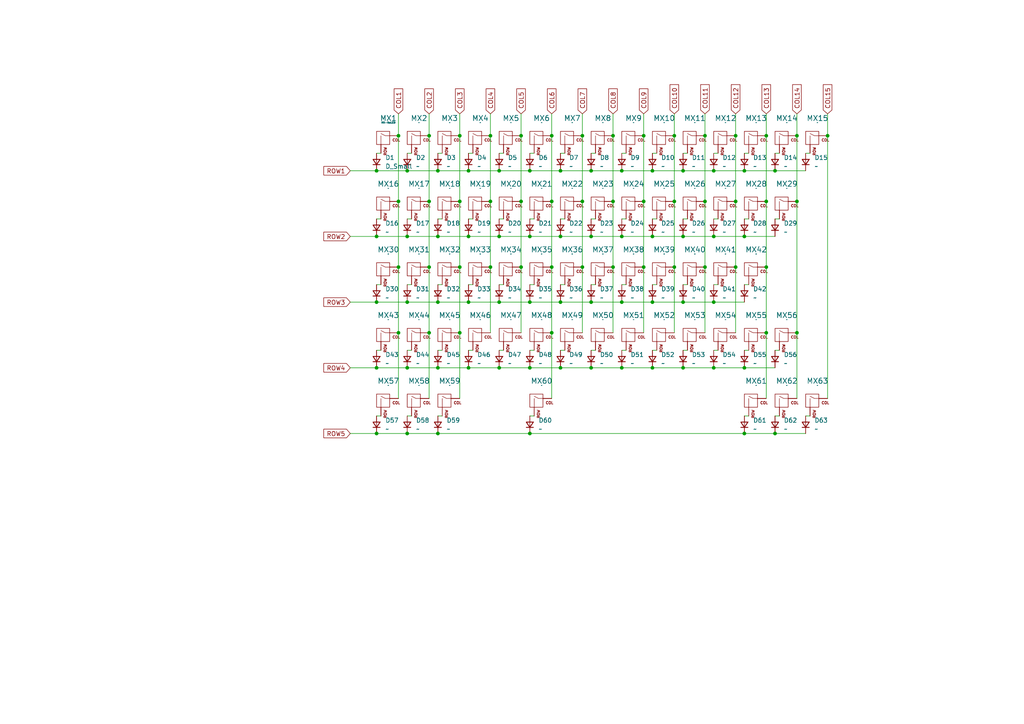
<source format=kicad_sch>
(kicad_sch (version 20211123) (generator eeschema)
  (paper "A4")
  (lib_symbols
    (symbol "Device:D_Small" (pin_numbers hide) (pin_names (offset 0.254) hide)
      (property "Reference" "D" (at -1.27 2.032 0))
      (property "Value" "D_Small" (at -3.81 -2.032 0))
      (symbol "D_Small_0_1"
        (polyline (pts (xy -0.762 -1.016) (xy -0.762 1.016)) (stroke (width 0.254)))
        (polyline (pts (xy -0.762 0) (xy 0.762 0)))
        (polyline (pts (xy 0.762 -1.016) (xy -0.762 0) (xy 0.762 1.016) (xy 0.762 -1.016)) (stroke (width 0.254)))
      )
      (symbol "D_Small_1_1"
        (pin passive line (at -2.54 0 0) (length 1.778) (name "K") (number "1"))
        (pin passive line (at 2.54 0 180) (length 1.778) (name "A") (number "2"))
      )
    )
    (symbol "MX_Alps_Hybrid:MX-NoLED" (pin_names (offset 1.016))
      (property "Reference" "MX" (at -0.635 3.81 0))
      (property "Value" "MX-NoLED" (at -0.635 1.27 0))
      (symbol "MX-NoLED_0_0"
        (rectangle (start -2.54 2.54) (end 1.27 -1.27))
        (polyline (pts (xy -1.27 -1.27) (xy -1.27 1.27)) (stroke (width 0.127)))
        (polyline (pts (xy 1.27 1.27) (xy 0 1.27) (xy -1.27 1.905)) (stroke (width 0.127)))
        (text "COL" (at 3.175 0 0) (effects (font (size 0.762 0.762))))
        (text "ROW" (at 0 -1.905 900) (effects (font (size 0.762 0.762)) (justify right)))
      )
      (symbol "MX-NoLED_1_1"
        (pin passive line (at 3.81 1.27 180) (length 2.54) (name "COL") (number "1"))
        (pin passive line (at -1.27 -3.81 90) (length 2.54) (name "ROW") (number "2"))
      )
    )
  )
  (junction (at 124.46 77.47))
  (junction (at 171.45 49.53))
  (junction (at 198.12 87.63))
  (junction (at 153.67 106.68))
  (junction (at 213.36 39.37))
  (junction (at 142.24 39.37))
  (junction (at 171.45 68.58))
  (junction (at 215.9 125.73))
  (junction (at 222.25 77.47))
  (junction (at 213.36 58.42))
  (junction (at 195.58 58.42))
  (junction (at 144.78 49.53))
  (junction (at 162.56 68.58))
  (junction (at 127 68.58))
  (junction (at 222.25 96.52))
  (junction (at 135.89 87.63))
  (junction (at 180.34 106.68))
  (junction (at 115.57 96.52))
  (junction (at 124.46 96.52))
  (junction (at 198.12 106.68))
  (junction (at 186.69 39.37))
  (junction (at 144.78 68.58))
  (junction (at 115.57 58.42))
  (junction (at 153.67 68.58))
  (junction (at 115.57 77.47))
  (junction (at 207.01 106.68))
  (junction (at 231.14 39.37))
  (junction (at 189.23 49.53))
  (junction (at 144.78 87.63))
  (junction (at 171.45 87.63))
  (junction (at 224.79 49.53))
  (junction (at 133.35 96.52))
  (junction (at 198.12 68.58))
  (junction (at 127 125.73))
  (junction (at 124.46 58.42))
  (junction (at 133.35 77.47))
  (junction (at 180.34 87.63))
  (junction (at 189.23 68.58))
  (junction (at 109.22 106.68))
  (junction (at 222.25 58.42))
  (junction (at 109.22 68.58))
  (junction (at 162.56 106.68))
  (junction (at 127 106.68))
  (junction (at 135.89 49.53))
  (junction (at 118.11 49.53))
  (junction (at 160.02 58.42))
  (junction (at 162.56 49.53))
  (junction (at 160.02 77.47))
  (junction (at 177.8 77.47))
  (junction (at 109.22 125.73))
  (junction (at 207.01 87.63))
  (junction (at 189.23 106.68))
  (junction (at 135.89 106.68))
  (junction (at 127 87.63))
  (junction (at 153.67 125.73))
  (junction (at 135.89 68.58))
  (junction (at 118.11 106.68))
  (junction (at 115.57 39.37))
  (junction (at 204.47 39.37))
  (junction (at 207.01 68.58))
  (junction (at 213.36 77.47))
  (junction (at 168.91 77.47))
  (junction (at 186.69 58.42))
  (junction (at 207.01 49.53))
  (junction (at 180.34 49.53))
  (junction (at 109.22 49.53))
  (junction (at 240.03 39.37))
  (junction (at 177.8 39.37))
  (junction (at 153.67 49.53))
  (junction (at 180.34 68.58))
  (junction (at 127 49.53))
  (junction (at 153.67 87.63))
  (junction (at 168.91 58.42))
  (junction (at 215.9 106.68))
  (junction (at 160.02 39.37))
  (junction (at 231.14 58.42))
  (junction (at 204.47 77.47))
  (junction (at 189.23 87.63))
  (junction (at 151.13 58.42))
  (junction (at 144.78 106.68))
  (junction (at 118.11 87.63))
  (junction (at 151.13 39.37))
  (junction (at 142.24 77.47))
  (junction (at 204.47 58.42))
  (junction (at 133.35 58.42))
  (junction (at 215.9 68.58))
  (junction (at 118.11 125.73))
  (junction (at 118.11 68.58))
  (junction (at 215.9 49.53))
  (junction (at 168.91 39.37))
  (junction (at 177.8 58.42))
  (junction (at 222.25 39.37))
  (junction (at 171.45 106.68))
  (junction (at 151.13 77.47))
  (junction (at 231.14 96.52))
  (junction (at 142.24 58.42))
  (junction (at 195.58 39.37))
  (junction (at 186.69 77.47))
  (junction (at 124.46 39.37))
  (junction (at 162.56 87.63))
  (junction (at 160.02 96.52))
  (junction (at 195.58 77.47))
  (junction (at 133.35 39.37))
  (junction (at 109.22 87.63))
  (junction (at 224.79 125.73))
  (junction (at 198.12 49.53))
  (wire (pts (xy 171.45 87.63) (xy 180.34 87.63)))
  (wire (pts (xy 144.78 101.6) (xy 146.05 101.6)))
  (wire (pts (xy 109.22 106.68) (xy 118.11 106.68)))
  (wire (pts (xy 186.69 77.47) (xy 186.69 96.52)))
  (wire (pts (xy 177.8 39.37) (xy 177.8 58.42)))
  (wire (pts (xy 215.9 120.65) (xy 217.17 120.65)))
  (wire (pts (xy 204.47 77.47) (xy 204.47 96.52)))
  (wire (pts (xy 135.89 63.5) (xy 137.16 63.5)))
  (wire (pts (xy 162.56 44.45) (xy 163.83 44.45)))
  (wire (pts (xy 171.45 44.45) (xy 172.72 44.45)))
  (wire (pts (xy 124.46 96.52) (xy 124.46 115.57)))
  (wire (pts (xy 177.8 33.02) (xy 177.8 39.37)))
  (wire (pts (xy 135.89 68.58) (xy 144.78 68.58)))
  (wire (pts (xy 186.69 33.02) (xy 186.69 39.37)))
  (wire (pts (xy 124.46 77.47) (xy 124.46 96.52)))
  (wire (pts (xy 171.45 101.6) (xy 172.72 101.6)))
  (wire (pts (xy 213.36 33.02) (xy 213.36 39.37)))
  (wire (pts (xy 207.01 68.58) (xy 215.9 68.58)))
  (wire (pts (xy 168.91 39.37) (xy 168.91 58.42)))
  (wire (pts (xy 224.79 49.53) (xy 233.68 49.53)))
  (wire (pts (xy 233.68 120.65) (xy 234.95 120.65)))
  (wire (pts (xy 109.22 125.73) (xy 118.11 125.73)))
  (wire (pts (xy 127 120.65) (xy 128.27 120.65)))
  (wire (pts (xy 189.23 87.63) (xy 198.12 87.63)))
  (wire (pts (xy 160.02 77.47) (xy 160.02 96.52)))
  (wire (pts (xy 198.12 87.63) (xy 207.01 87.63)))
  (wire (pts (xy 133.35 77.47) (xy 133.35 96.52)))
  (wire (pts (xy 118.11 44.45) (xy 119.38 44.45)))
  (wire (pts (xy 177.8 58.42) (xy 177.8 77.47)))
  (wire (pts (xy 189.23 63.5) (xy 190.5 63.5)))
  (wire (pts (xy 198.12 63.5) (xy 199.39 63.5)))
  (wire (pts (xy 171.45 82.55) (xy 172.72 82.55)))
  (wire (pts (xy 127 101.6) (xy 128.27 101.6)))
  (wire (pts (xy 222.25 77.47) (xy 222.25 96.52)))
  (wire (pts (xy 118.11 120.65) (xy 119.38 120.65)))
  (wire (pts (xy 222.25 39.37) (xy 222.25 58.42)))
  (wire (pts (xy 142.24 58.42) (xy 142.24 77.47)))
  (wire (pts (xy 180.34 63.5) (xy 181.61 63.5)))
  (wire (pts (xy 189.23 49.53) (xy 198.12 49.53)))
  (wire (pts (xy 224.79 44.45) (xy 226.06 44.45)))
  (wire (pts (xy 101.6 49.53) (xy 109.22 49.53)))
  (wire (pts (xy 162.56 63.5) (xy 163.83 63.5)))
  (wire (pts (xy 144.78 87.63) (xy 153.67 87.63)))
  (wire (pts (xy 115.57 58.42) (xy 115.57 77.47)))
  (wire (pts (xy 189.23 82.55) (xy 190.5 82.55)))
  (wire (pts (xy 189.23 106.68) (xy 198.12 106.68)))
  (wire (pts (xy 153.67 106.68) (xy 162.56 106.68)))
  (wire (pts (xy 127 68.58) (xy 135.89 68.58)))
  (wire (pts (xy 222.25 58.42) (xy 222.25 77.47)))
  (wire (pts (xy 109.22 49.53) (xy 118.11 49.53)))
  (wire (pts (xy 135.89 101.6) (xy 137.16 101.6)))
  (wire (pts (xy 124.46 58.42) (xy 124.46 77.47)))
  (wire (pts (xy 215.9 101.6) (xy 217.17 101.6)))
  (wire (pts (xy 151.13 33.02) (xy 151.13 39.37)))
  (wire (pts (xy 224.79 101.6) (xy 226.06 101.6)))
  (wire (pts (xy 215.9 44.45) (xy 217.17 44.45)))
  (wire (pts (xy 207.01 49.53) (xy 215.9 49.53)))
  (wire (pts (xy 160.02 96.52) (xy 160.02 115.57)))
  (wire (pts (xy 153.67 68.58) (xy 162.56 68.58)))
  (wire (pts (xy 101.6 106.68) (xy 109.22 106.68)))
  (wire (pts (xy 118.11 63.5) (xy 119.38 63.5)))
  (wire (pts (xy 189.23 44.45) (xy 190.5 44.45)))
  (wire (pts (xy 177.8 77.47) (xy 177.8 96.52)))
  (wire (pts (xy 224.79 125.73) (xy 233.68 125.73)))
  (wire (pts (xy 151.13 77.47) (xy 151.13 96.52)))
  (wire (pts (xy 198.12 82.55) (xy 199.39 82.55)))
  (wire (pts (xy 207.01 82.55) (xy 208.28 82.55)))
  (wire (pts (xy 207.01 106.68) (xy 215.9 106.68)))
  (wire (pts (xy 162.56 106.68) (xy 171.45 106.68)))
  (wire (pts (xy 118.11 125.73) (xy 127 125.73)))
  (wire (pts (xy 162.56 68.58) (xy 171.45 68.58)))
  (wire (pts (xy 127 106.68) (xy 135.89 106.68)))
  (wire (pts (xy 231.14 96.52) (xy 231.14 115.57)))
  (wire (pts (xy 115.57 96.52) (xy 115.57 115.57)))
  (wire (pts (xy 171.45 68.58) (xy 180.34 68.58)))
  (wire (pts (xy 231.14 33.02) (xy 231.14 39.37)))
  (wire (pts (xy 135.89 87.63) (xy 144.78 87.63)))
  (wire (pts (xy 101.6 87.63) (xy 109.22 87.63)))
  (wire (pts (xy 171.45 63.5) (xy 172.72 63.5)))
  (wire (pts (xy 118.11 101.6) (xy 119.38 101.6)))
  (wire (pts (xy 162.56 82.55) (xy 163.83 82.55)))
  (wire (pts (xy 115.57 77.47) (xy 115.57 96.52)))
  (wire (pts (xy 153.67 63.5) (xy 154.94 63.5)))
  (wire (pts (xy 171.45 106.68) (xy 180.34 106.68)))
  (wire (pts (xy 162.56 101.6) (xy 163.83 101.6)))
  (wire (pts (xy 213.36 58.42) (xy 213.36 77.47)))
  (wire (pts (xy 224.79 120.65) (xy 226.06 120.65)))
  (wire (pts (xy 144.78 106.68) (xy 153.67 106.68)))
  (wire (pts (xy 127 87.63) (xy 135.89 87.63)))
  (wire (pts (xy 207.01 44.45) (xy 208.28 44.45)))
  (wire (pts (xy 215.9 68.58) (xy 224.79 68.58)))
  (wire (pts (xy 204.47 58.42) (xy 204.47 77.47)))
  (wire (pts (xy 118.11 68.58) (xy 127 68.58)))
  (wire (pts (xy 127 63.5) (xy 128.27 63.5)))
  (wire (pts (xy 144.78 82.55) (xy 146.05 82.55)))
  (wire (pts (xy 168.91 58.42) (xy 168.91 77.47)))
  (wire (pts (xy 133.35 96.52) (xy 133.35 115.57)))
  (wire (pts (xy 115.57 33.02) (xy 115.57 39.37)))
  (wire (pts (xy 198.12 106.68) (xy 207.01 106.68)))
  (wire (pts (xy 162.56 49.53) (xy 171.45 49.53)))
  (wire (pts (xy 186.69 58.42) (xy 186.69 77.47)))
  (wire (pts (xy 168.91 77.47) (xy 168.91 96.52)))
  (wire (pts (xy 240.03 39.37) (xy 240.03 115.57)))
  (wire (pts (xy 215.9 63.5) (xy 217.17 63.5)))
  (wire (pts (xy 133.35 39.37) (xy 133.35 58.42)))
  (wire (pts (xy 233.68 44.45) (xy 234.95 44.45)))
  (wire (pts (xy 144.78 44.45) (xy 146.05 44.45)))
  (wire (pts (xy 168.91 33.02) (xy 168.91 39.37)))
  (wire (pts (xy 180.34 101.6) (xy 181.61 101.6)))
  (wire (pts (xy 133.35 33.02) (xy 133.35 39.37)))
  (wire (pts (xy 109.22 68.58) (xy 118.11 68.58)))
  (wire (pts (xy 151.13 58.42) (xy 151.13 77.47)))
  (wire (pts (xy 109.22 101.6) (xy 110.49 101.6)))
  (wire (pts (xy 153.67 101.6) (xy 154.94 101.6)))
  (wire (pts (xy 101.6 68.58) (xy 109.22 68.58)))
  (wire (pts (xy 135.89 44.45) (xy 137.16 44.45)))
  (wire (pts (xy 127 44.45) (xy 128.27 44.45)))
  (wire (pts (xy 171.45 49.53) (xy 180.34 49.53)))
  (wire (pts (xy 133.35 58.42) (xy 133.35 77.47)))
  (wire (pts (xy 207.01 87.63) (xy 215.9 87.63)))
  (wire (pts (xy 109.22 63.5) (xy 110.49 63.5)))
  (wire (pts (xy 101.6 125.73) (xy 109.22 125.73)))
  (wire (pts (xy 135.89 49.53) (xy 144.78 49.53)))
  (wire (pts (xy 153.67 82.55) (xy 154.94 82.55)))
  (wire (pts (xy 135.89 106.68) (xy 144.78 106.68)))
  (wire (pts (xy 144.78 68.58) (xy 153.67 68.58)))
  (wire (pts (xy 215.9 125.73) (xy 224.79 125.73)))
  (wire (pts (xy 153.67 87.63) (xy 162.56 87.63)))
  (wire (pts (xy 127 49.53) (xy 135.89 49.53)))
  (wire (pts (xy 118.11 87.63) (xy 127 87.63)))
  (wire (pts (xy 160.02 33.02) (xy 160.02 39.37)))
  (wire (pts (xy 198.12 49.53) (xy 207.01 49.53)))
  (wire (pts (xy 109.22 44.45) (xy 110.49 44.45)))
  (wire (pts (xy 215.9 106.68) (xy 224.79 106.68)))
  (wire (pts (xy 231.14 58.42) (xy 231.14 96.52)))
  (wire (pts (xy 180.34 68.58) (xy 189.23 68.58)))
  (wire (pts (xy 198.12 44.45) (xy 199.39 44.45)))
  (wire (pts (xy 115.57 39.37) (xy 115.57 58.42)))
  (wire (pts (xy 213.36 39.37) (xy 213.36 58.42)))
  (wire (pts (xy 222.25 96.52) (xy 222.25 115.57)))
  (wire (pts (xy 109.22 87.63) (xy 118.11 87.63)))
  (wire (pts (xy 207.01 63.5) (xy 208.28 63.5)))
  (wire (pts (xy 240.03 33.02) (xy 240.03 39.37)))
  (wire (pts (xy 198.12 68.58) (xy 207.01 68.58)))
  (wire (pts (xy 180.34 106.68) (xy 189.23 106.68)))
  (wire (pts (xy 222.25 33.02) (xy 222.25 39.37)))
  (wire (pts (xy 224.79 63.5) (xy 226.06 63.5)))
  (wire (pts (xy 180.34 82.55) (xy 181.61 82.55)))
  (wire (pts (xy 180.34 49.53) (xy 189.23 49.53)))
  (wire (pts (xy 198.12 101.6) (xy 199.39 101.6)))
  (wire (pts (xy 144.78 49.53) (xy 153.67 49.53)))
  (wire (pts (xy 207.01 101.6) (xy 208.28 101.6)))
  (wire (pts (xy 180.34 44.45) (xy 181.61 44.45)))
  (wire (pts (xy 153.67 120.65) (xy 154.94 120.65)))
  (wire (pts (xy 142.24 33.02) (xy 142.24 39.37)))
  (wire (pts (xy 144.78 63.5) (xy 146.05 63.5)))
  (wire (pts (xy 142.24 77.47) (xy 142.24 96.52)))
  (wire (pts (xy 135.89 82.55) (xy 137.16 82.55)))
  (wire (pts (xy 124.46 33.02) (xy 124.46 39.37)))
  (wire (pts (xy 160.02 39.37) (xy 160.02 58.42)))
  (wire (pts (xy 118.11 49.53) (xy 127 49.53)))
  (wire (pts (xy 153.67 125.73) (xy 215.9 125.73)))
  (wire (pts (xy 109.22 82.55) (xy 110.49 82.55)))
  (wire (pts (xy 213.36 77.47) (xy 213.36 96.52)))
  (wire (pts (xy 127 125.73) (xy 153.67 125.73)))
  (wire (pts (xy 204.47 39.37) (xy 204.47 58.42)))
  (wire (pts (xy 124.46 39.37) (xy 124.46 58.42)))
  (wire (pts (xy 195.58 58.42) (xy 195.58 77.47)))
  (wire (pts (xy 215.9 49.53) (xy 224.79 49.53)))
  (wire (pts (xy 153.67 49.53) (xy 162.56 49.53)))
  (wire (pts (xy 231.14 39.37) (xy 231.14 58.42)))
  (wire (pts (xy 118.11 82.55) (xy 119.38 82.55)))
  (wire (pts (xy 204.47 33.02) (xy 204.47 39.37)))
  (wire (pts (xy 160.02 58.42) (xy 160.02 77.47)))
  (wire (pts (xy 189.23 68.58) (xy 198.12 68.58)))
  (wire (pts (xy 109.22 120.65) (xy 110.49 120.65)))
  (wire (pts (xy 151.13 39.37) (xy 151.13 58.42)))
  (wire (pts (xy 162.56 87.63) (xy 171.45 87.63)))
  (wire (pts (xy 215.9 82.55) (xy 217.17 82.55)))
  (wire (pts (xy 142.24 39.37) (xy 142.24 58.42)))
  (wire (pts (xy 180.34 87.63) (xy 189.23 87.63)))
  (wire (pts (xy 189.23 101.6) (xy 190.5 101.6)))
  (wire (pts (xy 153.67 44.45) (xy 154.94 44.45)))
  (wire (pts (xy 118.11 106.68) (xy 127 106.68)))
  (wire (pts (xy 186.69 39.37) (xy 186.69 58.42)))
  (wire (pts (xy 195.58 33.02) (xy 195.58 39.37)))
  (wire (pts (xy 195.58 39.37) (xy 195.58 58.42)))
  (wire (pts (xy 127 82.55) (xy 128.27 82.55)))
  (wire (pts (xy 195.58 77.47) (xy 195.58 96.52)))
  (global_label "COL10" (shape input) (at 195.58 33.02 90) (property "Intersheet References" "${INTERSHEET_REFS}" (effects hide)))
  (global_label "COL8" (shape input) (at 177.8 33.02 90) (property "Intersheet References" "${INTERSHEET_REFS}" (effects hide)))
  (global_label "COL4" (shape input) (at 142.24 33.02 90) (property "Intersheet References" "${INTERSHEET_REFS}" (effects hide)))
  (global_label "COL3" (shape input) (at 133.35 33.02 90) (property "Intersheet References" "${INTERSHEET_REFS}" (effects hide)))
  (global_label "COL14" (shape input) (at 231.14 33.02 90) (property "Intersheet References" "${INTERSHEET_REFS}" (effects hide)))
  (global_label "COL5" (shape input) (at 151.13 33.02 90) (property "Intersheet References" "${INTERSHEET_REFS}" (effects hide)))
  (global_label "COL12" (shape input) (at 213.36 33.02 90) (property "Intersheet References" "${INTERSHEET_REFS}" (effects hide)))
  (global_label "ROW5" (shape input) (at 101.6 125.73 180) (property "Intersheet References" "${INTERSHEET_REFS}" (effects hide)))
  (global_label "COL11" (shape input) (at 204.47 33.02 90) (property "Intersheet References" "${INTERSHEET_REFS}" (effects hide)))
  (global_label "COL7" (shape input) (at 168.91 33.02 90) (property "Intersheet References" "${INTERSHEET_REFS}" (effects hide)))
  (global_label "ROW4" (shape input) (at 101.6 106.68 180) (property "Intersheet References" "${INTERSHEET_REFS}" (effects hide)))
  (global_label "COL9" (shape input) (at 186.69 33.02 90) (property "Intersheet References" "${INTERSHEET_REFS}" (effects hide)))
  (global_label "COL2" (shape input) (at 124.46 33.02 90) (property "Intersheet References" "${INTERSHEET_REFS}" (effects hide)))
  (global_label "COL13" (shape input) (at 222.25 33.02 90) (property "Intersheet References" "${INTERSHEET_REFS}" (effects hide)))
  (global_label "COL6" (shape input) (at 160.02 33.02 90) (property "Intersheet References" "${INTERSHEET_REFS}" (effects hide)))
  (global_label "ROW1" (shape input) (at 101.6 49.53 180) (property "Intersheet References" "${INTERSHEET_REFS}" (effects hide)))
  (global_label "COL1" (shape input) (at 115.57 33.02 90) (property "Intersheet References" "${INTERSHEET_REFS}" (effects hide)))
  (global_label "ROW2" (shape input) (at 101.6 68.58 180) (property "Intersheet References" "${INTERSHEET_REFS}" (effects hide)))
  (global_label "COL15" (shape input) (at 240.03 33.02 90) (property "Intersheet References" "${INTERSHEET_REFS}" (effects hide)))
  (global_label "ROW3" (shape input) (at 101.6 87.63 180) (property "Intersheet References" "${INTERSHEET_REFS}" (effects hide)))
  (symbol (lib_id "MX_Alps_Hybrid:MX-NoLED") (at 200.66 97.79 0) (unit 1)
    (property "Reference" "MX53" (at 201.5456 91.44 0) (effects (font (size 1.524 1.524))))
    (property "Value" "~" (at 201.5456 92.71 0) (effects (font (size 0.508 0.508))))
  )
  (symbol (lib_id "MX_Alps_Hybrid:MX-NoLED") (at 120.65 59.69 0) (unit 1)
    (property "Reference" "MX17" (at 121.5356 53.34 0) (effects (font (size 1.524 1.524))))
    (property "Value" "~" (at 121.5356 54.61 0) (effects (font (size 0.508 0.508))))
  )
  (symbol (lib_id "Device:D_Small") (at 189.23 104.14 90) (unit 1)
    (property "Reference" "D52" (at 191.77 102.8699 90) (effects (justify right)))
    (property "Value" "~" (at 191.77 105.4099 90) (effects (justify right)))
  )
  (symbol (lib_id "Device:D_Small") (at 215.9 104.14 90) (unit 1)
    (property "Reference" "D55" (at 218.44 102.8699 90) (effects (justify right)))
    (property "Value" "~" (at 218.44 105.4099 90) (effects (justify right)))
  )
  (symbol (lib_id "Device:D_Small") (at 198.12 46.99 90) (unit 1)
    (property "Reference" "D11" (at 200.66 45.7199 90) (effects (justify right)))
    (property "Value" "~" (at 200.66 48.2599 90) (effects (justify right)))
  )
  (symbol (lib_id "MX_Alps_Hybrid:MX-NoLED") (at 156.21 59.69 0) (unit 1)
    (property "Reference" "MX21" (at 157.0956 53.34 0) (effects (font (size 1.524 1.524))))
    (property "Value" "~" (at 157.0956 54.61 0) (effects (font (size 0.508 0.508))))
  )
  (symbol (lib_id "MX_Alps_Hybrid:MX-NoLED") (at 147.32 59.69 0) (unit 1)
    (property "Reference" "MX20" (at 148.2056 53.34 0) (effects (font (size 1.524 1.524))))
    (property "Value" "~" (at 148.2056 54.61 0) (effects (font (size 0.508 0.508))))
  )
  (symbol (lib_id "MX_Alps_Hybrid:MX-NoLED") (at 165.1 59.69 0) (unit 1)
    (property "Reference" "MX22" (at 165.9856 53.34 0) (effects (font (size 1.524 1.524))))
    (property "Value" "~" (at 165.9856 54.61 0) (effects (font (size 0.508 0.508))))
  )
  (symbol (lib_id "Device:D_Small") (at 118.11 46.99 90) (unit 1)
    (property "Reference" "D2" (at 120.65 45.7199 90) (effects (justify right)))
    (property "Value" "~" (at 120.65 48.2599 90) (effects (justify right)))
  )
  (symbol (lib_id "MX_Alps_Hybrid:MX-NoLED") (at 156.21 97.79 0) (unit 1)
    (property "Reference" "MX48" (at 157.0956 91.44 0) (effects (font (size 1.524 1.524))))
    (property "Value" "~" (at 157.0956 92.71 0) (effects (font (size 0.508 0.508))))
  )
  (symbol (lib_id "MX_Alps_Hybrid:MX-NoLED") (at 173.99 78.74 0) (unit 1)
    (property "Reference" "MX37" (at 174.8756 72.39 0) (effects (font (size 1.524 1.524))))
    (property "Value" "~" (at 174.8756 73.66 0) (effects (font (size 0.508 0.508))))
  )
  (symbol (lib_id "Device:D_Small") (at 198.12 66.04 90) (unit 1)
    (property "Reference" "D26" (at 200.66 64.7699 90) (effects (justify right)))
    (property "Value" "~" (at 200.66 67.3099 90) (effects (justify right)))
  )
  (symbol (lib_id "Device:D_Small") (at 153.67 85.09 90) (unit 1)
    (property "Reference" "D35" (at 156.21 83.8199 90) (effects (justify right)))
    (property "Value" "~" (at 156.21 86.3599 90) (effects (justify right)))
  )
  (symbol (lib_id "Device:D_Small") (at 180.34 85.09 90) (unit 1)
    (property "Reference" "D38" (at 182.88 83.8199 90) (effects (justify right)))
    (property "Value" "~" (at 182.88 86.3599 90) (effects (justify right)))
  )
  (symbol (lib_id "MX_Alps_Hybrid:MX-NoLED") (at 156.21 78.74 0) (unit 1)
    (property "Reference" "MX35" (at 157.0956 72.39 0) (effects (font (size 1.524 1.524))))
    (property "Value" "~" (at 157.0956 73.66 0) (effects (font (size 0.508 0.508))))
  )
  (symbol (lib_id "Device:D_Small") (at 207.01 66.04 90) (unit 1)
    (property "Reference" "D27" (at 209.55 64.7699 90) (effects (justify right)))
    (property "Value" "~" (at 209.55 67.3099 90) (effects (justify right)))
  )
  (symbol (lib_id "Device:D_Small") (at 162.56 66.04 90) (unit 1)
    (property "Reference" "D22" (at 165.1 64.7699 90) (effects (justify right)))
    (property "Value" "~" (at 165.1 67.3099 90) (effects (justify right)))
  )
  (symbol (lib_id "Device:D_Small") (at 189.23 85.09 90) (unit 1)
    (property "Reference" "D39" (at 191.77 83.8199 90) (effects (justify right)))
    (property "Value" "~" (at 191.77 86.3599 90) (effects (justify right)))
  )
  (symbol (lib_id "Device:D_Small") (at 180.34 66.04 90) (unit 1)
    (property "Reference" "D24" (at 182.88 64.7699 90) (effects (justify right)))
    (property "Value" "~" (at 182.88 67.3099 90) (effects (justify right)))
  )
  (symbol (lib_id "Device:D_Small") (at 118.11 104.14 90) (unit 1)
    (property "Reference" "D44" (at 120.65 102.8699 90) (effects (justify right)))
    (property "Value" "~" (at 120.65 105.4099 90) (effects (justify right)))
  )
  (symbol (lib_id "MX_Alps_Hybrid:MX-NoLED") (at 236.22 40.64 0) (unit 1)
    (property "Reference" "MX15" (at 237.1056 34.29 0) (effects (font (size 1.524 1.524))))
    (property "Value" "~" (at 237.1056 35.56 0) (effects (font (size 0.508 0.508))))
  )
  (symbol (lib_id "MX_Alps_Hybrid:MX-NoLED") (at 111.76 40.64 0) (unit 1)
    (property "Reference" "MX1" (at 112.6456 34.29 0) (effects (font (size 1.524 1.524))))
    (property "Value" "MX-NoLED" (at 112.6456 35.56 0) (effects (font (size 0.508 0.508))))
  )
  (symbol (lib_id "Device:D_Small") (at 207.01 46.99 90) (unit 1)
    (property "Reference" "D12" (at 209.55 45.7199 90) (effects (justify right)))
    (property "Value" "~" (at 209.55 48.2599 90) (effects (justify right)))
  )
  (symbol (lib_id "Device:D_Small") (at 215.9 46.99 90) (unit 1)
    (property "Reference" "D13" (at 218.44 45.7199 90) (effects (justify right)))
    (property "Value" "~" (at 218.44 48.2599 90) (effects (justify right)))
  )
  (symbol (lib_id "Device:D_Small") (at 224.79 123.19 90) (unit 1)
    (property "Reference" "D62" (at 227.33 121.9199 90) (effects (justify right)))
    (property "Value" "~" (at 227.33 124.4599 90) (effects (justify right)))
  )
  (symbol (lib_id "Device:D_Small") (at 118.11 66.04 90) (unit 1)
    (property "Reference" "D17" (at 120.65 64.7699 90) (effects (justify right)))
    (property "Value" "~" (at 120.65 67.3099 90) (effects (justify right)))
  )
  (symbol (lib_id "Device:D_Small") (at 135.89 66.04 90) (unit 1)
    (property "Reference" "D19" (at 138.43 64.7699 90) (effects (justify right)))
    (property "Value" "~" (at 138.43 67.3099 90) (effects (justify right)))
  )
  (symbol (lib_id "Device:D_Small") (at 189.23 66.04 90) (unit 1)
    (property "Reference" "D25" (at 191.77 64.7699 90) (effects (justify right)))
    (property "Value" "~" (at 191.77 67.3099 90) (effects (justify right)))
  )
  (symbol (lib_id "Device:D_Small") (at 127 66.04 90) (unit 1)
    (property "Reference" "D18" (at 129.54 64.7699 90) (effects (justify right)))
    (property "Value" "~" (at 129.54 67.3099 90) (effects (justify right)))
  )
  (symbol (lib_id "MX_Alps_Hybrid:MX-NoLED") (at 218.44 78.74 0) (unit 1)
    (property "Reference" "MX42" (at 219.3256 72.39 0) (effects (font (size 1.524 1.524))))
    (property "Value" "~" (at 219.3256 73.66 0) (effects (font (size 0.508 0.508))))
  )
  (symbol (lib_id "MX_Alps_Hybrid:MX-NoLED") (at 147.32 78.74 0) (unit 1)
    (property "Reference" "MX34" (at 148.2056 72.39 0) (effects (font (size 1.524 1.524))))
    (property "Value" "~" (at 148.2056 73.66 0) (effects (font (size 0.508 0.508))))
  )
  (symbol (lib_id "Device:D_Small") (at 118.11 85.09 90) (unit 1)
    (property "Reference" "D31" (at 120.65 83.8199 90) (effects (justify right)))
    (property "Value" "~" (at 120.65 86.3599 90) (effects (justify right)))
  )
  (symbol (lib_id "MX_Alps_Hybrid:MX-NoLED") (at 182.88 59.69 0) (unit 1)
    (property "Reference" "MX24" (at 183.7656 53.34 0) (effects (font (size 1.524 1.524))))
    (property "Value" "~" (at 183.7656 54.61 0) (effects (font (size 0.508 0.508))))
  )
  (symbol (lib_id "MX_Alps_Hybrid:MX-NoLED") (at 120.65 97.79 0) (unit 1)
    (property "Reference" "MX44" (at 121.5356 91.44 0) (effects (font (size 1.524 1.524))))
    (property "Value" "~" (at 121.5356 92.71 0) (effects (font (size 0.508 0.508))))
  )
  (symbol (lib_id "MX_Alps_Hybrid:MX-NoLED") (at 111.76 97.79 0) (unit 1)
    (property "Reference" "MX43" (at 112.6456 91.44 0) (effects (font (size 1.524 1.524))))
    (property "Value" "~" (at 112.6456 92.71 0) (effects (font (size 0.508 0.508))))
  )
  (symbol (lib_id "Device:D_Small") (at 207.01 104.14 90) (unit 1)
    (property "Reference" "D54" (at 209.55 102.8699 90) (effects (justify right)))
    (property "Value" "~" (at 209.55 105.4099 90) (effects (justify right)))
  )
  (symbol (lib_id "MX_Alps_Hybrid:MX-NoLED") (at 218.44 59.69 0) (unit 1)
    (property "Reference" "MX28" (at 219.3256 53.34 0) (effects (font (size 1.524 1.524))))
    (property "Value" "~" (at 219.3256 54.61 0) (effects (font (size 0.508 0.508))))
  )
  (symbol (lib_id "Device:D_Small") (at 153.67 104.14 90) (unit 1)
    (property "Reference" "D48" (at 156.21 102.8699 90) (effects (justify right)))
    (property "Value" "~" (at 156.21 105.4099 90) (effects (justify right)))
  )
  (symbol (lib_id "Device:D_Small") (at 215.9 66.04 90) (unit 1)
    (property "Reference" "D28" (at 218.44 64.7699 90) (effects (justify right)))
    (property "Value" "~" (at 218.44 67.3099 90) (effects (justify right)))
  )
  (symbol (lib_id "Device:D_Small") (at 109.22 66.04 90) (unit 1)
    (property "Reference" "D16" (at 111.76 64.7699 90) (effects (justify right)))
    (property "Value" "~" (at 111.76 67.3099 90) (effects (justify right)))
  )
  (symbol (lib_id "MX_Alps_Hybrid:MX-NoLED") (at 227.33 97.79 0) (unit 1)
    (property "Reference" "MX56" (at 228.2156 91.44 0) (effects (font (size 1.524 1.524))))
    (property "Value" "~" (at 228.2156 92.71 0) (effects (font (size 0.508 0.508))))
  )
  (symbol (lib_id "Device:D_Small") (at 198.12 104.14 90) (unit 1)
    (property "Reference" "D53" (at 200.66 102.8699 90) (effects (justify right)))
    (property "Value" "~" (at 200.66 105.4099 90) (effects (justify right)))
  )
  (symbol (lib_id "MX_Alps_Hybrid:MX-NoLED") (at 129.54 116.84 0) (unit 1)
    (property "Reference" "MX59" (at 130.4256 110.49 0) (effects (font (size 1.524 1.524))))
    (property "Value" "~" (at 130.4256 111.76 0) (effects (font (size 0.508 0.508))))
  )
  (symbol (lib_id "MX_Alps_Hybrid:MX-NoLED") (at 138.43 97.79 0) (unit 1)
    (property "Reference" "MX46" (at 139.3156 91.44 0) (effects (font (size 1.524 1.524))))
    (property "Value" "~" (at 139.3156 92.71 0) (effects (font (size 0.508 0.508))))
  )
  (symbol (lib_id "Device:D_Small") (at 109.22 104.14 90) (unit 1)
    (property "Reference" "D43" (at 111.76 102.8699 90) (effects (justify right)))
    (property "Value" "~" (at 111.76 105.4099 90) (effects (justify right)))
  )
  (symbol (lib_id "MX_Alps_Hybrid:MX-NoLED") (at 165.1 97.79 0) (unit 1)
    (property "Reference" "MX49" (at 165.9856 91.44 0) (effects (font (size 1.524 1.524))))
    (property "Value" "~" (at 165.9856 92.71 0) (effects (font (size 0.508 0.508))))
  )
  (symbol (lib_id "Device:D_Small") (at 233.68 123.19 90) (unit 1)
    (property "Reference" "D63" (at 236.22 121.9199 90) (effects (justify right)))
    (property "Value" "~" (at 236.22 124.4599 90) (effects (justify right)))
  )
  (symbol (lib_id "MX_Alps_Hybrid:MX-NoLED") (at 191.77 78.74 0) (unit 1)
    (property "Reference" "MX39" (at 192.6556 72.39 0) (effects (font (size 1.524 1.524))))
    (property "Value" "~" (at 192.6556 73.66 0) (effects (font (size 0.508 0.508))))
  )
  (symbol (lib_id "Device:D_Small") (at 224.79 46.99 90) (unit 1)
    (property "Reference" "D14" (at 227.33 45.7199 90) (effects (justify right)))
    (property "Value" "~" (at 227.33 48.2599 90) (effects (justify right)))
  )
  (symbol (lib_id "Device:D_Small") (at 198.12 85.09 90) (unit 1)
    (property "Reference" "D40" (at 200.66 83.8199 90) (effects (justify right)))
    (property "Value" "~" (at 200.66 86.3599 90) (effects (justify right)))
  )
  (symbol (lib_id "Device:D_Small") (at 109.22 46.99 90) (unit 1)
    (property "Reference" "D1" (at 111.76 45.7199 90) (effects (justify right)))
    (property "Value" "D_Small" (at 111.76 48.2599 90) (effects (justify right)))
  )
  (symbol (lib_id "Device:D_Small") (at 162.56 46.99 90) (unit 1)
    (property "Reference" "D7" (at 165.1 45.7199 90) (effects (justify right)))
    (property "Value" "~" (at 165.1 48.2599 90) (effects (justify right)))
  )
  (symbol (lib_id "MX_Alps_Hybrid:MX-NoLED") (at 156.21 40.64 0) (unit 1)
    (property "Reference" "MX6" (at 157.0956 34.29 0) (effects (font (size 1.524 1.524))))
    (property "Value" "~" (at 157.0956 35.56 0) (effects (font (size 0.508 0.508))))
  )
  (symbol (lib_id "MX_Alps_Hybrid:MX-NoLED") (at 129.54 78.74 0) (unit 1)
    (property "Reference" "MX32" (at 130.4256 72.39 0) (effects (font (size 1.524 1.524))))
    (property "Value" "~" (at 130.4256 73.66 0) (effects (font (size 0.508 0.508))))
  )
  (symbol (lib_id "MX_Alps_Hybrid:MX-NoLED") (at 200.66 59.69 0) (unit 1)
    (property "Reference" "MX26" (at 201.5456 53.34 0) (effects (font (size 1.524 1.524))))
    (property "Value" "~" (at 201.5456 54.61 0) (effects (font (size 0.508 0.508))))
  )
  (symbol (lib_id "Device:D_Small") (at 127 123.19 90) (unit 1)
    (property "Reference" "D59" (at 129.54 121.9199 90) (effects (justify right)))
    (property "Value" "~" (at 129.54 124.4599 90) (effects (justify right)))
  )
  (symbol (lib_id "Device:D_Small") (at 162.56 104.14 90) (unit 1)
    (property "Reference" "D49" (at 165.1 102.8699 90) (effects (justify right)))
    (property "Value" "~" (at 165.1 105.4099 90) (effects (justify right)))
  )
  (symbol (lib_id "MX_Alps_Hybrid:MX-NoLED") (at 147.32 97.79 0) (unit 1)
    (property "Reference" "MX47" (at 148.2056 91.44 0) (effects (font (size 1.524 1.524))))
    (property "Value" "~" (at 148.2056 92.71 0) (effects (font (size 0.508 0.508))))
  )
  (symbol (lib_id "MX_Alps_Hybrid:MX-NoLED") (at 227.33 116.84 0) (unit 1)
    (property "Reference" "MX62" (at 228.2156 110.49 0) (effects (font (size 1.524 1.524))))
    (property "Value" "~" (at 228.2156 111.76 0) (effects (font (size 0.508 0.508))))
  )
  (symbol (lib_id "MX_Alps_Hybrid:MX-NoLED") (at 129.54 40.64 0) (unit 1)
    (property "Reference" "MX3" (at 130.4256 34.29 0) (effects (font (size 1.524 1.524))))
    (property "Value" "~" (at 130.4256 35.56 0) (effects (font (size 0.508 0.508))))
  )
  (symbol (lib_id "MX_Alps_Hybrid:MX-NoLED") (at 227.33 59.69 0) (unit 1)
    (property "Reference" "MX29" (at 228.2156 53.34 0) (effects (font (size 1.524 1.524))))
    (property "Value" "~" (at 228.2156 54.61 0) (effects (font (size 0.508 0.508))))
  )
  (symbol (lib_id "Device:D_Small") (at 207.01 85.09 90) (unit 1)
    (property "Reference" "D41" (at 209.55 83.8199 90) (effects (justify right)))
    (property "Value" "~" (at 209.55 86.3599 90) (effects (justify right)))
  )
  (symbol (lib_id "MX_Alps_Hybrid:MX-NoLED") (at 218.44 40.64 0) (unit 1)
    (property "Reference" "MX13" (at 219.3256 34.29 0) (effects (font (size 1.524 1.524))))
    (property "Value" "~" (at 219.3256 35.56 0) (effects (font (size 0.508 0.508))))
  )
  (symbol (lib_id "Device:D_Small") (at 180.34 46.99 90) (unit 1)
    (property "Reference" "D9" (at 182.88 45.7199 90) (effects (justify right)))
    (property "Value" "~" (at 182.88 48.2599 90) (effects (justify right)))
  )
  (symbol (lib_id "MX_Alps_Hybrid:MX-NoLED") (at 191.77 40.64 0) (unit 1)
    (property "Reference" "MX10" (at 192.6556 34.29 0) (effects (font (size 1.524 1.524))))
    (property "Value" "~" (at 192.6556 35.56 0) (effects (font (size 0.508 0.508))))
  )
  (symbol (lib_id "Device:D_Small") (at 144.78 104.14 90) (unit 1)
    (property "Reference" "D47" (at 147.32 102.8699 90) (effects (justify right)))
    (property "Value" "~" (at 147.32 105.4099 90) (effects (justify right)))
  )
  (symbol (lib_id "MX_Alps_Hybrid:MX-NoLED") (at 173.99 40.64 0) (unit 1)
    (property "Reference" "MX8" (at 174.8756 34.29 0) (effects (font (size 1.524 1.524))))
    (property "Value" "~" (at 174.8756 35.56 0) (effects (font (size 0.508 0.508))))
  )
  (symbol (lib_id "MX_Alps_Hybrid:MX-NoLED") (at 218.44 116.84 0) (unit 1)
    (property "Reference" "MX61" (at 219.3256 110.49 0) (effects (font (size 1.524 1.524))))
    (property "Value" "~" (at 219.3256 111.76 0) (effects (font (size 0.508 0.508))))
  )
  (symbol (lib_id "MX_Alps_Hybrid:MX-NoLED") (at 209.55 78.74 0) (unit 1)
    (property "Reference" "MX41" (at 210.4356 72.39 0) (effects (font (size 1.524 1.524))))
    (property "Value" "~" (at 210.4356 73.66 0) (effects (font (size 0.508 0.508))))
  )
  (symbol (lib_id "Device:D_Small") (at 233.68 46.99 90) (unit 1)
    (property "Reference" "D15" (at 236.22 45.7199 90) (effects (justify right)))
    (property "Value" "~" (at 236.22 48.2599 90) (effects (justify right)))
  )
  (symbol (lib_id "MX_Alps_Hybrid:MX-NoLED") (at 129.54 59.69 0) (unit 1)
    (property "Reference" "MX18" (at 130.4256 53.34 0) (effects (font (size 1.524 1.524))))
    (property "Value" "~" (at 130.4256 54.61 0) (effects (font (size 0.508 0.508))))
  )
  (symbol (lib_id "Device:D_Small") (at 162.56 85.09 90) (unit 1)
    (property "Reference" "D36" (at 165.1 83.8199 90) (effects (justify right)))
    (property "Value" "~" (at 165.1 86.3599 90) (effects (justify right)))
  )
  (symbol (lib_id "MX_Alps_Hybrid:MX-NoLED") (at 173.99 59.69 0) (unit 1)
    (property "Reference" "MX23" (at 174.8756 53.34 0) (effects (font (size 1.524 1.524))))
    (property "Value" "~" (at 174.8756 54.61 0) (effects (font (size 0.508 0.508))))
  )
  (symbol (lib_id "Device:D_Small") (at 144.78 66.04 90) (unit 1)
    (property "Reference" "D20" (at 147.32 64.7699 90) (effects (justify right)))
    (property "Value" "~" (at 147.32 67.3099 90) (effects (justify right)))
  )
  (symbol (lib_id "MX_Alps_Hybrid:MX-NoLED") (at 218.44 97.79 0) (unit 1)
    (property "Reference" "MX55" (at 219.3256 91.44 0) (effects (font (size 1.524 1.524))))
    (property "Value" "~" (at 219.3256 92.71 0) (effects (font (size 0.508 0.508))))
  )
  (symbol (lib_id "MX_Alps_Hybrid:MX-NoLED") (at 182.88 40.64 0) (unit 1)
    (property "Reference" "MX9" (at 183.7656 34.29 0) (effects (font (size 1.524 1.524))))
    (property "Value" "~" (at 183.7656 35.56 0) (effects (font (size 0.508 0.508))))
  )
  (symbol (lib_id "Device:D_Small") (at 135.89 85.09 90) (unit 1)
    (property "Reference" "D33" (at 138.43 83.8199 90) (effects (justify right)))
    (property "Value" "~" (at 138.43 86.3599 90) (effects (justify right)))
  )
  (symbol (lib_id "MX_Alps_Hybrid:MX-NoLED") (at 182.88 97.79 0) (unit 1)
    (property "Reference" "MX51" (at 183.7656 91.44 0) (effects (font (size 1.524 1.524))))
    (property "Value" "~" (at 183.7656 92.71 0) (effects (font (size 0.508 0.508))))
  )
  (symbol (lib_id "Device:D_Small") (at 153.67 46.99 90) (unit 1)
    (property "Reference" "D6" (at 156.21 45.7199 90) (effects (justify right)))
    (property "Value" "~" (at 156.21 48.2599 90) (effects (justify right)))
  )
  (symbol (lib_id "MX_Alps_Hybrid:MX-NoLED") (at 209.55 97.79 0) (unit 1)
    (property "Reference" "MX54" (at 210.4356 91.44 0) (effects (font (size 1.524 1.524))))
    (property "Value" "~" (at 210.4356 92.71 0) (effects (font (size 0.508 0.508))))
  )
  (symbol (lib_id "Device:D_Small") (at 171.45 66.04 90) (unit 1)
    (property "Reference" "D23" (at 173.99 64.7699 90) (effects (justify right)))
    (property "Value" "~" (at 173.99 67.3099 90) (effects (justify right)))
  )
  (symbol (lib_id "MX_Alps_Hybrid:MX-NoLED") (at 138.43 59.69 0) (unit 1)
    (property "Reference" "MX19" (at 139.3156 53.34 0) (effects (font (size 1.524 1.524))))
    (property "Value" "~" (at 139.3156 54.61 0) (effects (font (size 0.508 0.508))))
  )
  (symbol (lib_id "Device:D_Small") (at 144.78 85.09 90) (unit 1)
    (property "Reference" "D34" (at 147.32 83.8199 90) (effects (justify right)))
    (property "Value" "~" (at 147.32 86.3599 90) (effects (justify right)))
  )
  (symbol (lib_id "MX_Alps_Hybrid:MX-NoLED") (at 173.99 97.79 0) (unit 1)
    (property "Reference" "MX50" (at 174.8756 91.44 0) (effects (font (size 1.524 1.524))))
    (property "Value" "~" (at 174.8756 92.71 0) (effects (font (size 0.508 0.508))))
  )
  (symbol (lib_id "MX_Alps_Hybrid:MX-NoLED") (at 209.55 59.69 0) (unit 1)
    (property "Reference" "MX27" (at 210.4356 53.34 0) (effects (font (size 1.524 1.524))))
    (property "Value" "~" (at 210.4356 54.61 0) (effects (font (size 0.508 0.508))))
  )
  (symbol (lib_id "MX_Alps_Hybrid:MX-NoLED") (at 227.33 40.64 0) (unit 1)
    (property "Reference" "MX14" (at 228.2156 34.29 0) (effects (font (size 1.524 1.524))))
    (property "Value" "~" (at 228.2156 35.56 0) (effects (font (size 0.508 0.508))))
  )
  (symbol (lib_id "MX_Alps_Hybrid:MX-NoLED") (at 200.66 40.64 0) (unit 1)
    (property "Reference" "MX11" (at 201.5456 34.29 0) (effects (font (size 1.524 1.524))))
    (property "Value" "~" (at 201.5456 35.56 0) (effects (font (size 0.508 0.508))))
  )
  (symbol (lib_id "MX_Alps_Hybrid:MX-NoLED") (at 120.65 40.64 0) (unit 1)
    (property "Reference" "MX2" (at 121.5356 34.29 0) (effects (font (size 1.524 1.524))))
    (property "Value" "~" (at 121.5356 35.56 0) (effects (font (size 0.508 0.508))))
  )
  (symbol (lib_id "Device:D_Small") (at 127 104.14 90) (unit 1)
    (property "Reference" "D45" (at 129.54 102.8699 90) (effects (justify right)))
    (property "Value" "~" (at 129.54 105.4099 90) (effects (justify right)))
  )
  (symbol (lib_id "MX_Alps_Hybrid:MX-NoLED") (at 156.21 116.84 0) (unit 1)
    (property "Reference" "MX60" (at 157.0956 110.49 0) (effects (font (size 1.524 1.524))))
    (property "Value" "~" (at 157.0956 111.76 0) (effects (font (size 0.508 0.508))))
  )
  (symbol (lib_id "MX_Alps_Hybrid:MX-NoLED") (at 236.22 116.84 0) (unit 1)
    (property "Reference" "MX63" (at 237.1056 110.49 0) (effects (font (size 1.524 1.524))))
    (property "Value" "~" (at 237.1056 111.76 0) (effects (font (size 0.508 0.508))))
  )
  (symbol (lib_id "MX_Alps_Hybrid:MX-NoLED") (at 165.1 40.64 0) (unit 1)
    (property "Reference" "MX7" (at 165.9856 34.29 0) (effects (font (size 1.524 1.524))))
    (property "Value" "~" (at 165.9856 35.56 0) (effects (font (size 0.508 0.508))))
  )
  (symbol (lib_id "Device:D_Small") (at 189.23 46.99 90) (unit 1)
    (property "Reference" "D10" (at 191.77 45.7199 90) (effects (justify right)))
    (property "Value" "~" (at 191.77 48.2599 90) (effects (justify right)))
  )
  (symbol (lib_id "MX_Alps_Hybrid:MX-NoLED") (at 147.32 40.64 0) (unit 1)
    (property "Reference" "MX5" (at 148.2056 34.29 0) (effects (font (size 1.524 1.524))))
    (property "Value" "~" (at 148.2056 35.56 0) (effects (font (size 0.508 0.508))))
  )
  (symbol (lib_id "MX_Alps_Hybrid:MX-NoLED") (at 191.77 59.69 0) (unit 1)
    (property "Reference" "MX25" (at 192.6556 53.34 0) (effects (font (size 1.524 1.524))))
    (property "Value" "~" (at 192.6556 54.61 0) (effects (font (size 0.508 0.508))))
  )
  (symbol (lib_id "MX_Alps_Hybrid:MX-NoLED") (at 138.43 78.74 0) (unit 1)
    (property "Reference" "MX33" (at 139.3156 72.39 0) (effects (font (size 1.524 1.524))))
    (property "Value" "~" (at 139.3156 73.66 0) (effects (font (size 0.508 0.508))))
  )
  (symbol (lib_id "Device:D_Small") (at 153.67 123.19 90) (unit 1)
    (property "Reference" "D60" (at 156.21 121.9199 90) (effects (justify right)))
    (property "Value" "~" (at 156.21 124.4599 90) (effects (justify right)))
  )
  (symbol (lib_id "Device:D_Small") (at 224.79 104.14 90) (unit 1)
    (property "Reference" "D56" (at 227.33 102.8699 90) (effects (justify right)))
    (property "Value" "~" (at 227.33 105.4099 90) (effects (justify right)))
  )
  (symbol (lib_id "Device:D_Small") (at 171.45 85.09 90) (unit 1)
    (property "Reference" "D37" (at 173.99 83.8199 90) (effects (justify right)))
    (property "Value" "~" (at 173.99 86.3599 90) (effects (justify right)))
  )
  (symbol (lib_id "Device:D_Small") (at 153.67 66.04 90) (unit 1)
    (property "Reference" "D21" (at 156.21 64.7699 90) (effects (justify right)))
    (property "Value" "~" (at 156.21 67.3099 90) (effects (justify right)))
  )
  (symbol (lib_id "Device:D_Small") (at 109.22 123.19 90) (unit 1)
    (property "Reference" "D57" (at 111.76 121.9199 90) (effects (justify right)))
    (property "Value" "~" (at 111.76 124.4599 90) (effects (justify right)))
  )
  (symbol (lib_id "MX_Alps_Hybrid:MX-NoLED") (at 138.43 40.64 0) (unit 1)
    (property "Reference" "MX4" (at 139.3156 34.29 0) (effects (font (size 1.524 1.524))))
    (property "Value" "~" (at 139.3156 35.56 0) (effects (font (size 0.508 0.508))))
  )
  (symbol (lib_id "Device:D_Small") (at 109.22 85.09 90) (unit 1)
    (property "Reference" "D30" (at 111.76 83.8199 90) (effects (justify right)))
    (property "Value" "~" (at 111.76 86.3599 90) (effects (justify right)))
  )
  (symbol (lib_id "MX_Alps_Hybrid:MX-NoLED") (at 200.66 78.74 0) (unit 1)
    (property "Reference" "MX40" (at 201.5456 72.39 0) (effects (font (size 1.524 1.524))))
    (property "Value" "~" (at 201.5456 73.66 0) (effects (font (size 0.508 0.508))))
  )
  (symbol (lib_id "Device:D_Small") (at 215.9 85.09 90) (unit 1)
    (property "Reference" "D42" (at 218.44 83.8199 90) (effects (justify right)))
    (property "Value" "~" (at 218.44 86.3599 90) (effects (justify right)))
  )
  (symbol (lib_id "MX_Alps_Hybrid:MX-NoLED") (at 120.65 116.84 0) (unit 1)
    (property "Reference" "MX58" (at 121.5356 110.49 0) (effects (font (size 1.524 1.524))))
    (property "Value" "~" (at 121.5356 111.76 0) (effects (font (size 0.508 0.508))))
  )
  (symbol (lib_id "MX_Alps_Hybrid:MX-NoLED") (at 120.65 78.74 0) (unit 1)
    (property "Reference" "MX31" (at 121.5356 72.39 0) (effects (font (size 1.524 1.524))))
    (property "Value" "~" (at 121.5356 73.66 0) (effects (font (size 0.508 0.508))))
  )
  (symbol (lib_id "Device:D_Small") (at 171.45 46.99 90) (unit 1)
    (property "Reference" "D8" (at 173.99 45.7199 90) (effects (justify right)))
    (property "Value" "~" (at 173.99 48.2599 90) (effects (justify right)))
  )
  (symbol (lib_id "MX_Alps_Hybrid:MX-NoLED") (at 165.1 78.74 0) (unit 1)
    (property "Reference" "MX36" (at 165.9856 72.39 0) (effects (font (size 1.524 1.524))))
    (property "Value" "~" (at 165.9856 73.66 0) (effects (font (size 0.508 0.508))))
  )
  (symbol (lib_id "MX_Alps_Hybrid:MX-NoLED") (at 111.76 59.69 0) (unit 1)
    (property "Reference" "MX16" (at 112.6456 53.34 0) (effects (font (size 1.524 1.524))))
    (property "Value" "~" (at 112.6456 54.61 0) (effects (font (size 0.508 0.508))))
  )
  (symbol (lib_id "MX_Alps_Hybrid:MX-NoLED") (at 129.54 97.79 0) (unit 1)
    (property "Reference" "MX45" (at 130.4256 91.44 0) (effects (font (size 1.524 1.524))))
    (property "Value" "~" (at 130.4256 92.71 0) (effects (font (size 0.508 0.508))))
  )
  (symbol (lib_id "MX_Alps_Hybrid:MX-NoLED") (at 182.88 78.74 0) (unit 1)
    (property "Reference" "MX38" (at 183.7656 72.39 0) (effects (font (size 1.524 1.524))))
    (property "Value" "~" (at 183.7656 73.66 0) (effects (font (size 0.508 0.508))))
  )
  (symbol (lib_id "Device:D_Small") (at 135.89 46.99 90) (unit 1)
    (property "Reference" "D4" (at 138.43 45.7199 90) (effects (justify right)))
    (property "Value" "~" (at 138.43 48.2599 90) (effects (justify right)))
  )
  (symbol (lib_id "Device:D_Small") (at 127 46.99 90) (unit 1)
    (property "Reference" "D3" (at 129.54 45.7199 90) (effects (justify right)))
    (property "Value" "~" (at 129.54 48.2599 90) (effects (justify right)))
  )
  (symbol (lib_id "MX_Alps_Hybrid:MX-NoLED") (at 111.76 78.74 0) (unit 1)
    (property "Reference" "MX30" (at 112.6456 72.39 0) (effects (font (size 1.524 1.524))))
    (property "Value" "~" (at 112.6456 73.66 0) (effects (font (size 0.508 0.508))))
  )
  (symbol (lib_id "Device:D_Small") (at 171.45 104.14 90) (unit 1)
    (property "Reference" "D50" (at 173.99 102.8699 90) (effects (justify right)))
    (property "Value" "~" (at 173.99 105.4099 90) (effects (justify right)))
  )
  (symbol (lib_id "Device:D_Small") (at 144.78 46.99 90) (unit 1)
    (property "Reference" "D5" (at 147.32 45.7199 90) (effects (justify right)))
    (property "Value" "~" (at 147.32 48.2599 90) (effects (justify right)))
  )
  (symbol (lib_id "MX_Alps_Hybrid:MX-NoLED") (at 209.55 40.64 0) (unit 1)
    (property "Reference" "MX12" (at 210.4356 34.29 0) (effects (font (size 1.524 1.524))))
    (property "Value" "~" (at 210.4356 35.56 0) (effects (font (size 0.508 0.508))))
  )
  (symbol (lib_id "Device:D_Small") (at 135.89 104.14 90) (unit 1)
    (property "Reference" "D46" (at 138.43 102.8699 90) (effects (justify right)))
    (property "Value" "~" (at 138.43 105.4099 90) (effects (justify right)))
  )
  (symbol (lib_id "MX_Alps_Hybrid:MX-NoLED") (at 111.76 116.84 0) (unit 1)
    (property "Reference" "MX57" (at 112.6456 110.49 0) (effects (font (size 1.524 1.524))))
    (property "Value" "~" (at 112.6456 111.76 0) (effects (font (size 0.508 0.508))))
  )
  (symbol (lib_id "Device:D_Small") (at 180.34 104.14 90) (unit 1)
    (property "Reference" "D51" (at 182.88 102.8699 90) (effects (justify right)))
    (property "Value" "~" (at 182.88 105.4099 90) (effects (justify right)))
  )
  (symbol (lib_id "Device:D_Small") (at 224.79 66.04 90) (unit 1)
    (property "Reference" "D29" (at 227.33 64.7699 90) (effects (justify right)))
    (property "Value" "~" (at 227.33 67.3099 90) (effects (justify right)))
  )
  (symbol (lib_id "Device:D_Small") (at 215.9 123.19 90) (unit 1)
    (property "Reference" "D61" (at 218.44 121.9199 90) (effects (justify right)))
    (property "Value" "~" (at 218.44 124.4599 90) (effects (justify right)))
  )
  (symbol (lib_id "MX_Alps_Hybrid:MX-NoLED") (at 191.77 97.79 0) (unit 1)
    (property "Reference" "MX52" (at 192.6556 91.44 0) (effects (font (size 1.524 1.524))))
    (property "Value" "~" (at 192.6556 92.71 0) (effects (font (size 0.508 0.508))))
  )
  (symbol (lib_id "Device:D_Small") (at 127 85.09 90) (unit 1)
    (property "Reference" "D32" (at 129.54 83.8199 90) (effects (justify right)))
    (property "Value" "~" (at 129.54 86.3599 90) (effects (justify right)))
  )
  (symbol (lib_id "Device:D_Small") (at 118.11 123.19 90) (unit 1)
    (property "Reference" "D58" (at 120.65 121.9199 90) (effects (justify right)))
    (property "Value" "~" (at 120.65 124.4599 90) (effects (justify right)))
  )
)
</source>
